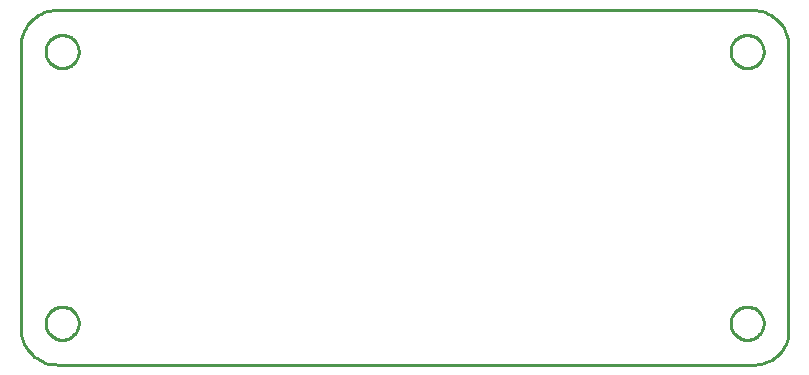
<source format=gbr>
G04 EAGLE Gerber RS-274X export*
G75*
%MOMM*%
%FSLAX34Y34*%
%LPD*%
%IN*%
%IPPOS*%
%AMOC8*
5,1,8,0,0,1.08239X$1,22.5*%
G01*
%ADD10C,0.254000*%


D10*
X0Y30078D02*
X172Y27410D01*
X576Y24768D01*
X1208Y22171D01*
X2065Y19639D01*
X3139Y17191D01*
X4422Y14846D01*
X5905Y12621D01*
X7575Y10535D01*
X9422Y8602D01*
X11430Y6837D01*
X13584Y5254D01*
X15867Y3865D01*
X18264Y2680D01*
X20754Y1708D01*
X23319Y958D01*
X25941Y433D01*
X28598Y139D01*
X31270Y78D01*
X621270Y78D01*
X623827Y245D01*
X626360Y634D01*
X628849Y1243D01*
X631275Y2066D01*
X633621Y3098D01*
X635867Y4330D01*
X637998Y5753D01*
X639997Y7356D01*
X641848Y9128D01*
X643538Y11054D01*
X645054Y13120D01*
X646383Y15310D01*
X647517Y17608D01*
X648446Y19996D01*
X649164Y22456D01*
X649664Y24969D01*
X649944Y27516D01*
X650000Y30078D01*
X650000Y270078D01*
X649886Y272693D01*
X649544Y275287D01*
X648978Y277843D01*
X648191Y280339D01*
X647189Y282757D01*
X645981Y285078D01*
X644575Y287285D01*
X642981Y289362D01*
X641213Y291291D01*
X639284Y293059D01*
X637207Y294653D01*
X635000Y296059D01*
X632679Y297267D01*
X630261Y298269D01*
X627765Y299056D01*
X625209Y299622D01*
X622615Y299964D01*
X620000Y300078D01*
X30000Y300078D01*
X27385Y299964D01*
X24791Y299622D01*
X22235Y299056D01*
X19739Y298269D01*
X17321Y297267D01*
X15000Y296059D01*
X12793Y294653D01*
X10716Y293059D01*
X8787Y291291D01*
X7019Y289362D01*
X5425Y287285D01*
X4019Y285078D01*
X2811Y282757D01*
X1809Y280339D01*
X1022Y277843D01*
X456Y275287D01*
X114Y272693D01*
X0Y270078D01*
X0Y30078D01*
X49000Y34578D02*
X48929Y33581D01*
X48786Y32591D01*
X48574Y31614D01*
X48292Y30654D01*
X47943Y29717D01*
X47527Y28807D01*
X47048Y27930D01*
X46507Y27088D01*
X45908Y26288D01*
X45253Y25532D01*
X44546Y24825D01*
X43790Y24170D01*
X42990Y23571D01*
X42148Y23030D01*
X41271Y22551D01*
X40361Y22135D01*
X39424Y21786D01*
X38465Y21504D01*
X37487Y21292D01*
X36498Y21149D01*
X35500Y21078D01*
X34500Y21078D01*
X33503Y21149D01*
X32513Y21292D01*
X31536Y21504D01*
X30576Y21786D01*
X29639Y22135D01*
X28729Y22551D01*
X27852Y23030D01*
X27010Y23571D01*
X26210Y24170D01*
X25454Y24825D01*
X24747Y25532D01*
X24092Y26288D01*
X23493Y27088D01*
X22952Y27930D01*
X22473Y28807D01*
X22057Y29717D01*
X21708Y30654D01*
X21426Y31614D01*
X21214Y32591D01*
X21071Y33581D01*
X21000Y34578D01*
X21000Y35578D01*
X21071Y36576D01*
X21214Y37565D01*
X21426Y38543D01*
X21708Y39502D01*
X22057Y40439D01*
X22473Y41349D01*
X22952Y42226D01*
X23493Y43068D01*
X24092Y43868D01*
X24747Y44624D01*
X25454Y45331D01*
X26210Y45986D01*
X27010Y46585D01*
X27852Y47126D01*
X28729Y47605D01*
X29639Y48021D01*
X30576Y48370D01*
X31536Y48652D01*
X32513Y48864D01*
X33503Y49007D01*
X34500Y49078D01*
X35500Y49078D01*
X36498Y49007D01*
X37487Y48864D01*
X38465Y48652D01*
X39424Y48370D01*
X40361Y48021D01*
X41271Y47605D01*
X42148Y47126D01*
X42990Y46585D01*
X43790Y45986D01*
X44546Y45331D01*
X45253Y44624D01*
X45908Y43868D01*
X46507Y43068D01*
X47048Y42226D01*
X47527Y41349D01*
X47943Y40439D01*
X48292Y39502D01*
X48574Y38543D01*
X48786Y37565D01*
X48929Y36576D01*
X49000Y35578D01*
X49000Y34578D01*
X49000Y264578D02*
X48929Y263581D01*
X48786Y262591D01*
X48574Y261614D01*
X48292Y260654D01*
X47943Y259717D01*
X47527Y258807D01*
X47048Y257930D01*
X46507Y257088D01*
X45908Y256288D01*
X45253Y255532D01*
X44546Y254825D01*
X43790Y254170D01*
X42990Y253571D01*
X42148Y253030D01*
X41271Y252551D01*
X40361Y252135D01*
X39424Y251786D01*
X38465Y251504D01*
X37487Y251292D01*
X36498Y251149D01*
X35500Y251078D01*
X34500Y251078D01*
X33503Y251149D01*
X32513Y251292D01*
X31536Y251504D01*
X30576Y251786D01*
X29639Y252135D01*
X28729Y252551D01*
X27852Y253030D01*
X27010Y253571D01*
X26210Y254170D01*
X25454Y254825D01*
X24747Y255532D01*
X24092Y256288D01*
X23493Y257088D01*
X22952Y257930D01*
X22473Y258807D01*
X22057Y259717D01*
X21708Y260654D01*
X21426Y261614D01*
X21214Y262591D01*
X21071Y263581D01*
X21000Y264578D01*
X21000Y265578D01*
X21071Y266576D01*
X21214Y267565D01*
X21426Y268543D01*
X21708Y269502D01*
X22057Y270439D01*
X22473Y271349D01*
X22952Y272226D01*
X23493Y273068D01*
X24092Y273868D01*
X24747Y274624D01*
X25454Y275331D01*
X26210Y275986D01*
X27010Y276585D01*
X27852Y277126D01*
X28729Y277605D01*
X29639Y278021D01*
X30576Y278370D01*
X31536Y278652D01*
X32513Y278864D01*
X33503Y279007D01*
X34500Y279078D01*
X35500Y279078D01*
X36498Y279007D01*
X37487Y278864D01*
X38465Y278652D01*
X39424Y278370D01*
X40361Y278021D01*
X41271Y277605D01*
X42148Y277126D01*
X42990Y276585D01*
X43790Y275986D01*
X44546Y275331D01*
X45253Y274624D01*
X45908Y273868D01*
X46507Y273068D01*
X47048Y272226D01*
X47527Y271349D01*
X47943Y270439D01*
X48292Y269502D01*
X48574Y268543D01*
X48786Y267565D01*
X48929Y266576D01*
X49000Y265578D01*
X49000Y264578D01*
X629000Y264578D02*
X628929Y263581D01*
X628786Y262591D01*
X628574Y261614D01*
X628292Y260654D01*
X627943Y259717D01*
X627527Y258807D01*
X627048Y257930D01*
X626507Y257088D01*
X625908Y256288D01*
X625253Y255532D01*
X624546Y254825D01*
X623790Y254170D01*
X622990Y253571D01*
X622148Y253030D01*
X621271Y252551D01*
X620361Y252135D01*
X619424Y251786D01*
X618465Y251504D01*
X617487Y251292D01*
X616498Y251149D01*
X615500Y251078D01*
X614500Y251078D01*
X613503Y251149D01*
X612513Y251292D01*
X611536Y251504D01*
X610576Y251786D01*
X609639Y252135D01*
X608729Y252551D01*
X607852Y253030D01*
X607010Y253571D01*
X606210Y254170D01*
X605454Y254825D01*
X604747Y255532D01*
X604092Y256288D01*
X603493Y257088D01*
X602952Y257930D01*
X602473Y258807D01*
X602057Y259717D01*
X601708Y260654D01*
X601426Y261614D01*
X601214Y262591D01*
X601071Y263581D01*
X601000Y264578D01*
X601000Y265578D01*
X601071Y266576D01*
X601214Y267565D01*
X601426Y268543D01*
X601708Y269502D01*
X602057Y270439D01*
X602473Y271349D01*
X602952Y272226D01*
X603493Y273068D01*
X604092Y273868D01*
X604747Y274624D01*
X605454Y275331D01*
X606210Y275986D01*
X607010Y276585D01*
X607852Y277126D01*
X608729Y277605D01*
X609639Y278021D01*
X610576Y278370D01*
X611536Y278652D01*
X612513Y278864D01*
X613503Y279007D01*
X614500Y279078D01*
X615500Y279078D01*
X616498Y279007D01*
X617487Y278864D01*
X618465Y278652D01*
X619424Y278370D01*
X620361Y278021D01*
X621271Y277605D01*
X622148Y277126D01*
X622990Y276585D01*
X623790Y275986D01*
X624546Y275331D01*
X625253Y274624D01*
X625908Y273868D01*
X626507Y273068D01*
X627048Y272226D01*
X627527Y271349D01*
X627943Y270439D01*
X628292Y269502D01*
X628574Y268543D01*
X628786Y267565D01*
X628929Y266576D01*
X629000Y265578D01*
X629000Y264578D01*
X629000Y34578D02*
X628929Y33581D01*
X628786Y32591D01*
X628574Y31614D01*
X628292Y30654D01*
X627943Y29717D01*
X627527Y28807D01*
X627048Y27930D01*
X626507Y27088D01*
X625908Y26288D01*
X625253Y25532D01*
X624546Y24825D01*
X623790Y24170D01*
X622990Y23571D01*
X622148Y23030D01*
X621271Y22551D01*
X620361Y22135D01*
X619424Y21786D01*
X618465Y21504D01*
X617487Y21292D01*
X616498Y21149D01*
X615500Y21078D01*
X614500Y21078D01*
X613503Y21149D01*
X612513Y21292D01*
X611536Y21504D01*
X610576Y21786D01*
X609639Y22135D01*
X608729Y22551D01*
X607852Y23030D01*
X607010Y23571D01*
X606210Y24170D01*
X605454Y24825D01*
X604747Y25532D01*
X604092Y26288D01*
X603493Y27088D01*
X602952Y27930D01*
X602473Y28807D01*
X602057Y29717D01*
X601708Y30654D01*
X601426Y31614D01*
X601214Y32591D01*
X601071Y33581D01*
X601000Y34578D01*
X601000Y35578D01*
X601071Y36576D01*
X601214Y37565D01*
X601426Y38543D01*
X601708Y39502D01*
X602057Y40439D01*
X602473Y41349D01*
X602952Y42226D01*
X603493Y43068D01*
X604092Y43868D01*
X604747Y44624D01*
X605454Y45331D01*
X606210Y45986D01*
X607010Y46585D01*
X607852Y47126D01*
X608729Y47605D01*
X609639Y48021D01*
X610576Y48370D01*
X611536Y48652D01*
X612513Y48864D01*
X613503Y49007D01*
X614500Y49078D01*
X615500Y49078D01*
X616498Y49007D01*
X617487Y48864D01*
X618465Y48652D01*
X619424Y48370D01*
X620361Y48021D01*
X621271Y47605D01*
X622148Y47126D01*
X622990Y46585D01*
X623790Y45986D01*
X624546Y45331D01*
X625253Y44624D01*
X625908Y43868D01*
X626507Y43068D01*
X627048Y42226D01*
X627527Y41349D01*
X627943Y40439D01*
X628292Y39502D01*
X628574Y38543D01*
X628786Y37565D01*
X628929Y36576D01*
X629000Y35578D01*
X629000Y34578D01*
M02*

</source>
